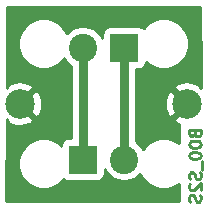
<source format=gbr>
G04 #@! TF.GenerationSoftware,KiCad,Pcbnew,5.1.5-52549c5~86~ubuntu18.04.1*
G04 #@! TF.CreationDate,2020-09-04T14:30:59-05:00*
G04 #@! TF.ProjectId,B00,4230302e-6b69-4636-9164-5f7063625858,rev?*
G04 #@! TF.SameCoordinates,Original*
G04 #@! TF.FileFunction,Copper,L2,Bot*
G04 #@! TF.FilePolarity,Positive*
%FSLAX46Y46*%
G04 Gerber Fmt 4.6, Leading zero omitted, Abs format (unit mm)*
G04 Created by KiCad (PCBNEW 5.1.5-52549c5~86~ubuntu18.04.1) date 2020-09-04 14:30:59*
%MOMM*%
%LPD*%
G04 APERTURE LIST*
%ADD10C,0.250000*%
%ADD11C,2.400000*%
%ADD12R,2.400000X2.400000*%
%ADD13C,2.499360*%
%ADD14C,0.750000*%
%ADD15C,0.254000*%
G04 APERTURE END LIST*
D10*
X36606171Y-31421723D02*
X36653790Y-31564580D01*
X36701409Y-31612200D01*
X36796647Y-31659819D01*
X36939504Y-31659819D01*
X37034742Y-31612200D01*
X37082361Y-31564580D01*
X37129980Y-31469342D01*
X37129980Y-31088390D01*
X36129980Y-31088390D01*
X36129980Y-31421723D01*
X36177600Y-31516961D01*
X36225219Y-31564580D01*
X36320457Y-31612200D01*
X36415695Y-31612200D01*
X36510933Y-31564580D01*
X36558552Y-31516961D01*
X36606171Y-31421723D01*
X36606171Y-31088390D01*
X36129980Y-32278866D02*
X36129980Y-32374104D01*
X36177600Y-32469342D01*
X36225219Y-32516961D01*
X36320457Y-32564580D01*
X36510933Y-32612200D01*
X36749028Y-32612200D01*
X36939504Y-32564580D01*
X37034742Y-32516961D01*
X37082361Y-32469342D01*
X37129980Y-32374104D01*
X37129980Y-32278866D01*
X37082361Y-32183628D01*
X37034742Y-32136009D01*
X36939504Y-32088390D01*
X36749028Y-32040771D01*
X36510933Y-32040771D01*
X36320457Y-32088390D01*
X36225219Y-32136009D01*
X36177600Y-32183628D01*
X36129980Y-32278866D01*
X36129980Y-33231247D02*
X36129980Y-33326485D01*
X36177600Y-33421723D01*
X36225219Y-33469342D01*
X36320457Y-33516961D01*
X36510933Y-33564580D01*
X36749028Y-33564580D01*
X36939504Y-33516961D01*
X37034742Y-33469342D01*
X37082361Y-33421723D01*
X37129980Y-33326485D01*
X37129980Y-33231247D01*
X37082361Y-33136009D01*
X37034742Y-33088390D01*
X36939504Y-33040771D01*
X36749028Y-32993152D01*
X36510933Y-32993152D01*
X36320457Y-33040771D01*
X36225219Y-33088390D01*
X36177600Y-33136009D01*
X36129980Y-33231247D01*
X37225219Y-33755057D02*
X37225219Y-34516961D01*
X37082361Y-34707438D02*
X37129980Y-34850295D01*
X37129980Y-35088390D01*
X37082361Y-35183628D01*
X37034742Y-35231247D01*
X36939504Y-35278866D01*
X36844266Y-35278866D01*
X36749028Y-35231247D01*
X36701409Y-35183628D01*
X36653790Y-35088390D01*
X36606171Y-34897914D01*
X36558552Y-34802676D01*
X36510933Y-34755057D01*
X36415695Y-34707438D01*
X36320457Y-34707438D01*
X36225219Y-34755057D01*
X36177600Y-34802676D01*
X36129980Y-34897914D01*
X36129980Y-35136009D01*
X36177600Y-35278866D01*
X36225219Y-35659819D02*
X36177600Y-35707438D01*
X36129980Y-35802676D01*
X36129980Y-36040771D01*
X36177600Y-36136009D01*
X36225219Y-36183628D01*
X36320457Y-36231247D01*
X36415695Y-36231247D01*
X36558552Y-36183628D01*
X37129980Y-35612200D01*
X37129980Y-36231247D01*
X37082361Y-36612200D02*
X37129980Y-36755057D01*
X37129980Y-36993152D01*
X37082361Y-37088390D01*
X37034742Y-37136009D01*
X36939504Y-37183628D01*
X36844266Y-37183628D01*
X36749028Y-37136009D01*
X36701409Y-37088390D01*
X36653790Y-36993152D01*
X36606171Y-36802676D01*
X36558552Y-36707438D01*
X36510933Y-36659819D01*
X36415695Y-36612200D01*
X36320457Y-36612200D01*
X36225219Y-36659819D01*
X36177600Y-36707438D01*
X36129980Y-36802676D01*
X36129980Y-37040771D01*
X36177600Y-37183628D01*
D11*
X30640000Y-33624600D03*
D12*
X27140000Y-33624600D03*
D11*
X27140000Y-24155400D03*
D12*
X30640000Y-24155400D03*
D13*
X21818600Y-28890000D03*
X35961400Y-28890000D03*
D14*
X27140000Y-24155400D02*
X27140000Y-33624600D01*
X30640000Y-24155400D02*
X30640000Y-33624600D01*
D15*
G36*
X37059936Y-20726015D02*
G01*
X37120000Y-26389197D01*
X37120000Y-27551792D01*
X37095170Y-27576622D01*
X36969296Y-27286685D01*
X36637138Y-27120861D01*
X36279013Y-27023025D01*
X35908681Y-26996935D01*
X35540375Y-27043595D01*
X35188249Y-27161211D01*
X34953504Y-27286685D01*
X34827629Y-27576623D01*
X35961400Y-28710395D01*
X35975542Y-28696252D01*
X36155148Y-28875858D01*
X36141005Y-28890000D01*
X36155148Y-28904142D01*
X35975542Y-29083748D01*
X35961400Y-29069605D01*
X34827629Y-30203377D01*
X34953504Y-30493315D01*
X35260100Y-30646378D01*
X35260100Y-32264275D01*
X34981302Y-32077988D01*
X34592756Y-31917047D01*
X34180279Y-31835000D01*
X33759721Y-31835000D01*
X33347244Y-31917047D01*
X32958698Y-32077988D01*
X32609017Y-32311637D01*
X32311637Y-32609017D01*
X32239991Y-32716243D01*
X32065338Y-32454856D01*
X31809744Y-32199262D01*
X31650000Y-32092524D01*
X31650000Y-28942719D01*
X34068335Y-28942719D01*
X34114995Y-29311025D01*
X34232611Y-29663151D01*
X34358085Y-29897896D01*
X34648023Y-30023771D01*
X35781795Y-28890000D01*
X34648023Y-27756229D01*
X34358085Y-27882104D01*
X34192261Y-28214262D01*
X34094425Y-28572387D01*
X34068335Y-28942719D01*
X31650000Y-28942719D01*
X31650000Y-25993472D01*
X31840000Y-25993472D01*
X31964482Y-25981212D01*
X32084180Y-25944902D01*
X32194494Y-25885937D01*
X32291185Y-25806585D01*
X32370537Y-25709894D01*
X32429502Y-25599580D01*
X32465812Y-25479882D01*
X32478072Y-25355400D01*
X32478072Y-25337418D01*
X32609017Y-25468363D01*
X32958698Y-25702012D01*
X33347244Y-25862953D01*
X33759721Y-25945000D01*
X34180279Y-25945000D01*
X34592756Y-25862953D01*
X34981302Y-25702012D01*
X35330983Y-25468363D01*
X35628363Y-25170983D01*
X35862012Y-24821302D01*
X36022953Y-24432756D01*
X36105000Y-24020279D01*
X36105000Y-23599721D01*
X36022953Y-23187244D01*
X35862012Y-22798698D01*
X35628363Y-22449017D01*
X35330983Y-22151637D01*
X34981302Y-21917988D01*
X34592756Y-21757047D01*
X34180279Y-21675000D01*
X33759721Y-21675000D01*
X33347244Y-21757047D01*
X32958698Y-21917988D01*
X32609017Y-22151637D01*
X32311637Y-22449017D01*
X32280574Y-22495507D01*
X32194494Y-22424863D01*
X32084180Y-22365898D01*
X31964482Y-22329588D01*
X31840000Y-22317328D01*
X29440000Y-22317328D01*
X29315518Y-22329588D01*
X29195820Y-22365898D01*
X29085506Y-22424863D01*
X28988815Y-22504215D01*
X28909463Y-22600906D01*
X28850498Y-22711220D01*
X28814188Y-22830918D01*
X28801928Y-22955400D01*
X28801928Y-23372562D01*
X28766156Y-23286201D01*
X28565338Y-22985656D01*
X28309744Y-22730062D01*
X28009199Y-22529244D01*
X27675250Y-22390918D01*
X27320732Y-22320400D01*
X26959268Y-22320400D01*
X26604750Y-22390918D01*
X26270801Y-22529244D01*
X25970256Y-22730062D01*
X25760476Y-22939842D01*
X25702012Y-22798698D01*
X25468363Y-22449017D01*
X25170983Y-22151637D01*
X24821302Y-21917988D01*
X24432756Y-21757047D01*
X24020279Y-21675000D01*
X23599721Y-21675000D01*
X23187244Y-21757047D01*
X22798698Y-21917988D01*
X22449017Y-22151637D01*
X22151637Y-22449017D01*
X21917988Y-22798698D01*
X21757047Y-23187244D01*
X21675000Y-23599721D01*
X21675000Y-24020279D01*
X21757047Y-24432756D01*
X21917988Y-24821302D01*
X22151637Y-25170983D01*
X22449017Y-25468363D01*
X22798698Y-25702012D01*
X23187244Y-25862953D01*
X23599721Y-25945000D01*
X24020279Y-25945000D01*
X24432756Y-25862953D01*
X24821302Y-25702012D01*
X25170983Y-25468363D01*
X25468363Y-25170983D01*
X25540009Y-25063757D01*
X25714662Y-25325144D01*
X25970256Y-25580738D01*
X26130000Y-25687476D01*
X26130001Y-31786528D01*
X25940000Y-31786528D01*
X25815518Y-31798788D01*
X25695820Y-31835098D01*
X25585506Y-31894063D01*
X25488815Y-31973415D01*
X25409463Y-32070106D01*
X25350498Y-32180420D01*
X25314188Y-32300118D01*
X25301928Y-32424600D01*
X25301928Y-32442582D01*
X25170983Y-32311637D01*
X24821302Y-32077988D01*
X24432756Y-31917047D01*
X24020279Y-31835000D01*
X23599721Y-31835000D01*
X23187244Y-31917047D01*
X22798698Y-32077988D01*
X22449017Y-32311637D01*
X22151637Y-32609017D01*
X21917988Y-32958698D01*
X21757047Y-33347244D01*
X21675000Y-33759721D01*
X21675000Y-34180279D01*
X21757047Y-34592756D01*
X21917988Y-34981302D01*
X22151637Y-35330983D01*
X22449017Y-35628363D01*
X22798698Y-35862012D01*
X23187244Y-36022953D01*
X23599721Y-36105000D01*
X24020279Y-36105000D01*
X24432756Y-36022953D01*
X24821302Y-35862012D01*
X25170983Y-35628363D01*
X25468363Y-35330983D01*
X25499426Y-35284493D01*
X25585506Y-35355137D01*
X25695820Y-35414102D01*
X25815518Y-35450412D01*
X25940000Y-35462672D01*
X28340000Y-35462672D01*
X28464482Y-35450412D01*
X28584180Y-35414102D01*
X28694494Y-35355137D01*
X28791185Y-35275785D01*
X28870537Y-35179094D01*
X28929502Y-35068780D01*
X28965812Y-34949082D01*
X28978072Y-34824600D01*
X28978072Y-34407438D01*
X29013844Y-34493799D01*
X29214662Y-34794344D01*
X29470256Y-35049938D01*
X29770801Y-35250756D01*
X30104750Y-35389082D01*
X30459268Y-35459600D01*
X30820732Y-35459600D01*
X31175250Y-35389082D01*
X31509199Y-35250756D01*
X31809744Y-35049938D01*
X32019524Y-34840158D01*
X32077988Y-34981302D01*
X32311637Y-35330983D01*
X32609017Y-35628363D01*
X32958698Y-35862012D01*
X33347244Y-36022953D01*
X33759721Y-36105000D01*
X34180279Y-36105000D01*
X34592756Y-36022953D01*
X34981302Y-35862012D01*
X35260100Y-35675725D01*
X35260100Y-37120000D01*
X20676336Y-37120000D01*
X20697146Y-30231748D01*
X20810704Y-30493315D01*
X21142862Y-30659139D01*
X21500987Y-30756975D01*
X21871319Y-30783065D01*
X22239625Y-30736405D01*
X22591751Y-30618789D01*
X22826496Y-30493315D01*
X22952371Y-30203377D01*
X21818600Y-29069605D01*
X21804458Y-29083748D01*
X21624852Y-28904142D01*
X21638995Y-28890000D01*
X21998205Y-28890000D01*
X23131977Y-30023771D01*
X23421915Y-29897896D01*
X23587739Y-29565738D01*
X23685575Y-29207613D01*
X23711665Y-28837281D01*
X23665005Y-28468975D01*
X23547389Y-28116849D01*
X23421915Y-27882104D01*
X23131977Y-27756229D01*
X21998205Y-28890000D01*
X21638995Y-28890000D01*
X21624852Y-28875858D01*
X21804458Y-28696252D01*
X21818600Y-28710395D01*
X22952371Y-27576623D01*
X22826496Y-27286685D01*
X22494338Y-27120861D01*
X22136213Y-27023025D01*
X21765881Y-26996935D01*
X21397575Y-27043595D01*
X21045449Y-27161211D01*
X20810704Y-27286685D01*
X20705310Y-27529448D01*
X20726015Y-20675988D01*
X37059936Y-20726015D01*
G37*
X37059936Y-20726015D02*
X37120000Y-26389197D01*
X37120000Y-27551792D01*
X37095170Y-27576622D01*
X36969296Y-27286685D01*
X36637138Y-27120861D01*
X36279013Y-27023025D01*
X35908681Y-26996935D01*
X35540375Y-27043595D01*
X35188249Y-27161211D01*
X34953504Y-27286685D01*
X34827629Y-27576623D01*
X35961400Y-28710395D01*
X35975542Y-28696252D01*
X36155148Y-28875858D01*
X36141005Y-28890000D01*
X36155148Y-28904142D01*
X35975542Y-29083748D01*
X35961400Y-29069605D01*
X34827629Y-30203377D01*
X34953504Y-30493315D01*
X35260100Y-30646378D01*
X35260100Y-32264275D01*
X34981302Y-32077988D01*
X34592756Y-31917047D01*
X34180279Y-31835000D01*
X33759721Y-31835000D01*
X33347244Y-31917047D01*
X32958698Y-32077988D01*
X32609017Y-32311637D01*
X32311637Y-32609017D01*
X32239991Y-32716243D01*
X32065338Y-32454856D01*
X31809744Y-32199262D01*
X31650000Y-32092524D01*
X31650000Y-28942719D01*
X34068335Y-28942719D01*
X34114995Y-29311025D01*
X34232611Y-29663151D01*
X34358085Y-29897896D01*
X34648023Y-30023771D01*
X35781795Y-28890000D01*
X34648023Y-27756229D01*
X34358085Y-27882104D01*
X34192261Y-28214262D01*
X34094425Y-28572387D01*
X34068335Y-28942719D01*
X31650000Y-28942719D01*
X31650000Y-25993472D01*
X31840000Y-25993472D01*
X31964482Y-25981212D01*
X32084180Y-25944902D01*
X32194494Y-25885937D01*
X32291185Y-25806585D01*
X32370537Y-25709894D01*
X32429502Y-25599580D01*
X32465812Y-25479882D01*
X32478072Y-25355400D01*
X32478072Y-25337418D01*
X32609017Y-25468363D01*
X32958698Y-25702012D01*
X33347244Y-25862953D01*
X33759721Y-25945000D01*
X34180279Y-25945000D01*
X34592756Y-25862953D01*
X34981302Y-25702012D01*
X35330983Y-25468363D01*
X35628363Y-25170983D01*
X35862012Y-24821302D01*
X36022953Y-24432756D01*
X36105000Y-24020279D01*
X36105000Y-23599721D01*
X36022953Y-23187244D01*
X35862012Y-22798698D01*
X35628363Y-22449017D01*
X35330983Y-22151637D01*
X34981302Y-21917988D01*
X34592756Y-21757047D01*
X34180279Y-21675000D01*
X33759721Y-21675000D01*
X33347244Y-21757047D01*
X32958698Y-21917988D01*
X32609017Y-22151637D01*
X32311637Y-22449017D01*
X32280574Y-22495507D01*
X32194494Y-22424863D01*
X32084180Y-22365898D01*
X31964482Y-22329588D01*
X31840000Y-22317328D01*
X29440000Y-22317328D01*
X29315518Y-22329588D01*
X29195820Y-22365898D01*
X29085506Y-22424863D01*
X28988815Y-22504215D01*
X28909463Y-22600906D01*
X28850498Y-22711220D01*
X28814188Y-22830918D01*
X28801928Y-22955400D01*
X28801928Y-23372562D01*
X28766156Y-23286201D01*
X28565338Y-22985656D01*
X28309744Y-22730062D01*
X28009199Y-22529244D01*
X27675250Y-22390918D01*
X27320732Y-22320400D01*
X26959268Y-22320400D01*
X26604750Y-22390918D01*
X26270801Y-22529244D01*
X25970256Y-22730062D01*
X25760476Y-22939842D01*
X25702012Y-22798698D01*
X25468363Y-22449017D01*
X25170983Y-22151637D01*
X24821302Y-21917988D01*
X24432756Y-21757047D01*
X24020279Y-21675000D01*
X23599721Y-21675000D01*
X23187244Y-21757047D01*
X22798698Y-21917988D01*
X22449017Y-22151637D01*
X22151637Y-22449017D01*
X21917988Y-22798698D01*
X21757047Y-23187244D01*
X21675000Y-23599721D01*
X21675000Y-24020279D01*
X21757047Y-24432756D01*
X21917988Y-24821302D01*
X22151637Y-25170983D01*
X22449017Y-25468363D01*
X22798698Y-25702012D01*
X23187244Y-25862953D01*
X23599721Y-25945000D01*
X24020279Y-25945000D01*
X24432756Y-25862953D01*
X24821302Y-25702012D01*
X25170983Y-25468363D01*
X25468363Y-25170983D01*
X25540009Y-25063757D01*
X25714662Y-25325144D01*
X25970256Y-25580738D01*
X26130000Y-25687476D01*
X26130001Y-31786528D01*
X25940000Y-31786528D01*
X25815518Y-31798788D01*
X25695820Y-31835098D01*
X25585506Y-31894063D01*
X25488815Y-31973415D01*
X25409463Y-32070106D01*
X25350498Y-32180420D01*
X25314188Y-32300118D01*
X25301928Y-32424600D01*
X25301928Y-32442582D01*
X25170983Y-32311637D01*
X24821302Y-32077988D01*
X24432756Y-31917047D01*
X24020279Y-31835000D01*
X23599721Y-31835000D01*
X23187244Y-31917047D01*
X22798698Y-32077988D01*
X22449017Y-32311637D01*
X22151637Y-32609017D01*
X21917988Y-32958698D01*
X21757047Y-33347244D01*
X21675000Y-33759721D01*
X21675000Y-34180279D01*
X21757047Y-34592756D01*
X21917988Y-34981302D01*
X22151637Y-35330983D01*
X22449017Y-35628363D01*
X22798698Y-35862012D01*
X23187244Y-36022953D01*
X23599721Y-36105000D01*
X24020279Y-36105000D01*
X24432756Y-36022953D01*
X24821302Y-35862012D01*
X25170983Y-35628363D01*
X25468363Y-35330983D01*
X25499426Y-35284493D01*
X25585506Y-35355137D01*
X25695820Y-35414102D01*
X25815518Y-35450412D01*
X25940000Y-35462672D01*
X28340000Y-35462672D01*
X28464482Y-35450412D01*
X28584180Y-35414102D01*
X28694494Y-35355137D01*
X28791185Y-35275785D01*
X28870537Y-35179094D01*
X28929502Y-35068780D01*
X28965812Y-34949082D01*
X28978072Y-34824600D01*
X28978072Y-34407438D01*
X29013844Y-34493799D01*
X29214662Y-34794344D01*
X29470256Y-35049938D01*
X29770801Y-35250756D01*
X30104750Y-35389082D01*
X30459268Y-35459600D01*
X30820732Y-35459600D01*
X31175250Y-35389082D01*
X31509199Y-35250756D01*
X31809744Y-35049938D01*
X32019524Y-34840158D01*
X32077988Y-34981302D01*
X32311637Y-35330983D01*
X32609017Y-35628363D01*
X32958698Y-35862012D01*
X33347244Y-36022953D01*
X33759721Y-36105000D01*
X34180279Y-36105000D01*
X34592756Y-36022953D01*
X34981302Y-35862012D01*
X35260100Y-35675725D01*
X35260100Y-37120000D01*
X20676336Y-37120000D01*
X20697146Y-30231748D01*
X20810704Y-30493315D01*
X21142862Y-30659139D01*
X21500987Y-30756975D01*
X21871319Y-30783065D01*
X22239625Y-30736405D01*
X22591751Y-30618789D01*
X22826496Y-30493315D01*
X22952371Y-30203377D01*
X21818600Y-29069605D01*
X21804458Y-29083748D01*
X21624852Y-28904142D01*
X21638995Y-28890000D01*
X21998205Y-28890000D01*
X23131977Y-30023771D01*
X23421915Y-29897896D01*
X23587739Y-29565738D01*
X23685575Y-29207613D01*
X23711665Y-28837281D01*
X23665005Y-28468975D01*
X23547389Y-28116849D01*
X23421915Y-27882104D01*
X23131977Y-27756229D01*
X21998205Y-28890000D01*
X21638995Y-28890000D01*
X21624852Y-28875858D01*
X21804458Y-28696252D01*
X21818600Y-28710395D01*
X22952371Y-27576623D01*
X22826496Y-27286685D01*
X22494338Y-27120861D01*
X22136213Y-27023025D01*
X21765881Y-26996935D01*
X21397575Y-27043595D01*
X21045449Y-27161211D01*
X20810704Y-27286685D01*
X20705310Y-27529448D01*
X20726015Y-20675988D01*
X37059936Y-20726015D01*
M02*

</source>
